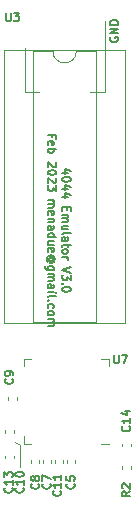
<source format=gbr>
G04 #@! TF.GenerationSoftware,KiCad,Pcbnew,5.1.5+dfsg1-2build2*
G04 #@! TF.CreationDate,2023-02-25T19:10:51+00:00*
G04 #@! TF.ProjectId,video-ram-replacement,76696465-6f2d-4726-916d-2d7265706c61,rev?*
G04 #@! TF.SameCoordinates,Original*
G04 #@! TF.FileFunction,Legend,Top*
G04 #@! TF.FilePolarity,Positive*
%FSLAX46Y46*%
G04 Gerber Fmt 4.6, Leading zero omitted, Abs format (unit mm)*
G04 Created by KiCad (PCBNEW 5.1.5+dfsg1-2build2) date 2023-02-25 19:10:51*
%MOMM*%
%LPD*%
G04 APERTURE LIST*
%ADD10C,0.120000*%
%ADD11C,0.150000*%
G04 APERTURE END LIST*
D10*
X97917000Y-121666000D02*
X97536000Y-121412000D01*
X97917000Y-123571000D02*
X97917000Y-121666000D01*
D11*
X101969000Y-98638333D02*
X101502333Y-98638333D01*
X102235666Y-98471666D02*
X101735666Y-98305000D01*
X101735666Y-98738333D01*
X102202333Y-99138333D02*
X102202333Y-99205000D01*
X102169000Y-99271666D01*
X102135666Y-99305000D01*
X102069000Y-99338333D01*
X101935666Y-99371666D01*
X101769000Y-99371666D01*
X101635666Y-99338333D01*
X101569000Y-99305000D01*
X101535666Y-99271666D01*
X101502333Y-99205000D01*
X101502333Y-99138333D01*
X101535666Y-99071666D01*
X101569000Y-99038333D01*
X101635666Y-99005000D01*
X101769000Y-98971666D01*
X101935666Y-98971666D01*
X102069000Y-99005000D01*
X102135666Y-99038333D01*
X102169000Y-99071666D01*
X102202333Y-99138333D01*
X101969000Y-99971666D02*
X101502333Y-99971666D01*
X102235666Y-99805000D02*
X101735666Y-99638333D01*
X101735666Y-100071666D01*
X101969000Y-100638333D02*
X101502333Y-100638333D01*
X102235666Y-100471666D02*
X101735666Y-100305000D01*
X101735666Y-100738333D01*
X101869000Y-101538333D02*
X101869000Y-101771666D01*
X101502333Y-101871666D02*
X101502333Y-101538333D01*
X102202333Y-101538333D01*
X102202333Y-101871666D01*
X101502333Y-102171666D02*
X101969000Y-102171666D01*
X101902333Y-102171666D02*
X101935666Y-102205000D01*
X101969000Y-102271666D01*
X101969000Y-102371666D01*
X101935666Y-102438333D01*
X101869000Y-102471666D01*
X101502333Y-102471666D01*
X101869000Y-102471666D02*
X101935666Y-102505000D01*
X101969000Y-102571666D01*
X101969000Y-102671666D01*
X101935666Y-102738333D01*
X101869000Y-102771666D01*
X101502333Y-102771666D01*
X101969000Y-103405000D02*
X101502333Y-103405000D01*
X101969000Y-103105000D02*
X101602333Y-103105000D01*
X101535666Y-103138333D01*
X101502333Y-103205000D01*
X101502333Y-103305000D01*
X101535666Y-103371666D01*
X101569000Y-103405000D01*
X101502333Y-103838333D02*
X101535666Y-103771666D01*
X101602333Y-103738333D01*
X102202333Y-103738333D01*
X101502333Y-104405000D02*
X101869000Y-104405000D01*
X101935666Y-104371666D01*
X101969000Y-104305000D01*
X101969000Y-104171666D01*
X101935666Y-104105000D01*
X101535666Y-104405000D02*
X101502333Y-104338333D01*
X101502333Y-104171666D01*
X101535666Y-104105000D01*
X101602333Y-104071666D01*
X101669000Y-104071666D01*
X101735666Y-104105000D01*
X101769000Y-104171666D01*
X101769000Y-104338333D01*
X101802333Y-104405000D01*
X101969000Y-104638333D02*
X101969000Y-104905000D01*
X102202333Y-104738333D02*
X101602333Y-104738333D01*
X101535666Y-104771666D01*
X101502333Y-104838333D01*
X101502333Y-104905000D01*
X101502333Y-105238333D02*
X101535666Y-105171666D01*
X101569000Y-105138333D01*
X101635666Y-105105000D01*
X101835666Y-105105000D01*
X101902333Y-105138333D01*
X101935666Y-105171666D01*
X101969000Y-105238333D01*
X101969000Y-105338333D01*
X101935666Y-105405000D01*
X101902333Y-105438333D01*
X101835666Y-105471666D01*
X101635666Y-105471666D01*
X101569000Y-105438333D01*
X101535666Y-105405000D01*
X101502333Y-105338333D01*
X101502333Y-105238333D01*
X101502333Y-105771666D02*
X101969000Y-105771666D01*
X101835666Y-105771666D02*
X101902333Y-105805000D01*
X101935666Y-105838333D01*
X101969000Y-105905000D01*
X101969000Y-105971666D01*
X102202333Y-106638333D02*
X101502333Y-106871666D01*
X102202333Y-107105000D01*
X102202333Y-107271666D02*
X102202333Y-107705000D01*
X101935666Y-107471666D01*
X101935666Y-107571666D01*
X101902333Y-107638333D01*
X101869000Y-107671666D01*
X101802333Y-107705000D01*
X101635666Y-107705000D01*
X101569000Y-107671666D01*
X101535666Y-107638333D01*
X101502333Y-107571666D01*
X101502333Y-107371666D01*
X101535666Y-107305000D01*
X101569000Y-107271666D01*
X101569000Y-108005000D02*
X101535666Y-108038333D01*
X101502333Y-108005000D01*
X101535666Y-107971666D01*
X101569000Y-108005000D01*
X101502333Y-108005000D01*
X102202333Y-108471666D02*
X102202333Y-108538333D01*
X102169000Y-108605000D01*
X102135666Y-108638333D01*
X102069000Y-108671666D01*
X101935666Y-108705000D01*
X101769000Y-108705000D01*
X101635666Y-108671666D01*
X101569000Y-108638333D01*
X101535666Y-108605000D01*
X101502333Y-108538333D01*
X101502333Y-108471666D01*
X101535666Y-108405000D01*
X101569000Y-108371666D01*
X101635666Y-108338333D01*
X101769000Y-108305000D01*
X101935666Y-108305000D01*
X102069000Y-108338333D01*
X102135666Y-108371666D01*
X102169000Y-108405000D01*
X102202333Y-108471666D01*
X100669000Y-95638333D02*
X100669000Y-95405000D01*
X100302333Y-95405000D02*
X101002333Y-95405000D01*
X101002333Y-95738333D01*
X100335666Y-96271666D02*
X100302333Y-96205000D01*
X100302333Y-96071666D01*
X100335666Y-96005000D01*
X100402333Y-95971666D01*
X100669000Y-95971666D01*
X100735666Y-96005000D01*
X100769000Y-96071666D01*
X100769000Y-96205000D01*
X100735666Y-96271666D01*
X100669000Y-96305000D01*
X100602333Y-96305000D01*
X100535666Y-95971666D01*
X100302333Y-96605000D02*
X101002333Y-96605000D01*
X100735666Y-96605000D02*
X100769000Y-96671666D01*
X100769000Y-96805000D01*
X100735666Y-96871666D01*
X100702333Y-96905000D01*
X100635666Y-96938333D01*
X100435666Y-96938333D01*
X100369000Y-96905000D01*
X100335666Y-96871666D01*
X100302333Y-96805000D01*
X100302333Y-96671666D01*
X100335666Y-96605000D01*
X100935666Y-97738333D02*
X100969000Y-97771666D01*
X101002333Y-97838333D01*
X101002333Y-98005000D01*
X100969000Y-98071666D01*
X100935666Y-98105000D01*
X100869000Y-98138333D01*
X100802333Y-98138333D01*
X100702333Y-98105000D01*
X100302333Y-97705000D01*
X100302333Y-98138333D01*
X101002333Y-98571666D02*
X101002333Y-98638333D01*
X100969000Y-98705000D01*
X100935666Y-98738333D01*
X100869000Y-98771666D01*
X100735666Y-98805000D01*
X100569000Y-98805000D01*
X100435666Y-98771666D01*
X100369000Y-98738333D01*
X100335666Y-98705000D01*
X100302333Y-98638333D01*
X100302333Y-98571666D01*
X100335666Y-98505000D01*
X100369000Y-98471666D01*
X100435666Y-98438333D01*
X100569000Y-98405000D01*
X100735666Y-98405000D01*
X100869000Y-98438333D01*
X100935666Y-98471666D01*
X100969000Y-98505000D01*
X101002333Y-98571666D01*
X100935666Y-99071666D02*
X100969000Y-99105000D01*
X101002333Y-99171666D01*
X101002333Y-99338333D01*
X100969000Y-99405000D01*
X100935666Y-99438333D01*
X100869000Y-99471666D01*
X100802333Y-99471666D01*
X100702333Y-99438333D01*
X100302333Y-99038333D01*
X100302333Y-99471666D01*
X101002333Y-99705000D02*
X101002333Y-100138333D01*
X100735666Y-99905000D01*
X100735666Y-100005000D01*
X100702333Y-100071666D01*
X100669000Y-100105000D01*
X100602333Y-100138333D01*
X100435666Y-100138333D01*
X100369000Y-100105000D01*
X100335666Y-100071666D01*
X100302333Y-100005000D01*
X100302333Y-99805000D01*
X100335666Y-99738333D01*
X100369000Y-99705000D01*
X100302333Y-100971666D02*
X100769000Y-100971666D01*
X100702333Y-100971666D02*
X100735666Y-101005000D01*
X100769000Y-101071666D01*
X100769000Y-101171666D01*
X100735666Y-101238333D01*
X100669000Y-101271666D01*
X100302333Y-101271666D01*
X100669000Y-101271666D02*
X100735666Y-101305000D01*
X100769000Y-101371666D01*
X100769000Y-101471666D01*
X100735666Y-101538333D01*
X100669000Y-101571666D01*
X100302333Y-101571666D01*
X100335666Y-102171666D02*
X100302333Y-102105000D01*
X100302333Y-101971666D01*
X100335666Y-101905000D01*
X100402333Y-101871666D01*
X100669000Y-101871666D01*
X100735666Y-101905000D01*
X100769000Y-101971666D01*
X100769000Y-102105000D01*
X100735666Y-102171666D01*
X100669000Y-102205000D01*
X100602333Y-102205000D01*
X100535666Y-101871666D01*
X100769000Y-102505000D02*
X100302333Y-102505000D01*
X100702333Y-102505000D02*
X100735666Y-102538333D01*
X100769000Y-102605000D01*
X100769000Y-102705000D01*
X100735666Y-102771666D01*
X100669000Y-102805000D01*
X100302333Y-102805000D01*
X100302333Y-103438333D02*
X100669000Y-103438333D01*
X100735666Y-103405000D01*
X100769000Y-103338333D01*
X100769000Y-103205000D01*
X100735666Y-103138333D01*
X100335666Y-103438333D02*
X100302333Y-103371666D01*
X100302333Y-103205000D01*
X100335666Y-103138333D01*
X100402333Y-103105000D01*
X100469000Y-103105000D01*
X100535666Y-103138333D01*
X100569000Y-103205000D01*
X100569000Y-103371666D01*
X100602333Y-103438333D01*
X100302333Y-104071666D02*
X101002333Y-104071666D01*
X100335666Y-104071666D02*
X100302333Y-104005000D01*
X100302333Y-103871666D01*
X100335666Y-103805000D01*
X100369000Y-103771666D01*
X100435666Y-103738333D01*
X100635666Y-103738333D01*
X100702333Y-103771666D01*
X100735666Y-103805000D01*
X100769000Y-103871666D01*
X100769000Y-104005000D01*
X100735666Y-104071666D01*
X100769000Y-104705000D02*
X100302333Y-104705000D01*
X100769000Y-104405000D02*
X100402333Y-104405000D01*
X100335666Y-104438333D01*
X100302333Y-104505000D01*
X100302333Y-104605000D01*
X100335666Y-104671666D01*
X100369000Y-104705000D01*
X100335666Y-105305000D02*
X100302333Y-105238333D01*
X100302333Y-105105000D01*
X100335666Y-105038333D01*
X100402333Y-105005000D01*
X100669000Y-105005000D01*
X100735666Y-105038333D01*
X100769000Y-105105000D01*
X100769000Y-105238333D01*
X100735666Y-105305000D01*
X100669000Y-105338333D01*
X100602333Y-105338333D01*
X100535666Y-105005000D01*
X100635666Y-106071666D02*
X100669000Y-106038333D01*
X100702333Y-105971666D01*
X100702333Y-105905000D01*
X100669000Y-105838333D01*
X100635666Y-105805000D01*
X100569000Y-105771666D01*
X100502333Y-105771666D01*
X100435666Y-105805000D01*
X100402333Y-105838333D01*
X100369000Y-105905000D01*
X100369000Y-105971666D01*
X100402333Y-106038333D01*
X100435666Y-106071666D01*
X100702333Y-106071666D02*
X100435666Y-106071666D01*
X100402333Y-106105000D01*
X100402333Y-106138333D01*
X100435666Y-106205000D01*
X100502333Y-106238333D01*
X100669000Y-106238333D01*
X100769000Y-106171666D01*
X100835666Y-106071666D01*
X100869000Y-105938333D01*
X100835666Y-105805000D01*
X100769000Y-105705000D01*
X100669000Y-105638333D01*
X100535666Y-105605000D01*
X100402333Y-105638333D01*
X100302333Y-105705000D01*
X100235666Y-105805000D01*
X100202333Y-105938333D01*
X100235666Y-106071666D01*
X100302333Y-106171666D01*
X100769000Y-106838333D02*
X100202333Y-106838333D01*
X100135666Y-106805000D01*
X100102333Y-106771666D01*
X100069000Y-106705000D01*
X100069000Y-106605000D01*
X100102333Y-106538333D01*
X100335666Y-106838333D02*
X100302333Y-106771666D01*
X100302333Y-106638333D01*
X100335666Y-106571666D01*
X100369000Y-106538333D01*
X100435666Y-106505000D01*
X100635666Y-106505000D01*
X100702333Y-106538333D01*
X100735666Y-106571666D01*
X100769000Y-106638333D01*
X100769000Y-106771666D01*
X100735666Y-106838333D01*
X100302333Y-107171666D02*
X100769000Y-107171666D01*
X100702333Y-107171666D02*
X100735666Y-107205000D01*
X100769000Y-107271666D01*
X100769000Y-107371666D01*
X100735666Y-107438333D01*
X100669000Y-107471666D01*
X100302333Y-107471666D01*
X100669000Y-107471666D02*
X100735666Y-107505000D01*
X100769000Y-107571666D01*
X100769000Y-107671666D01*
X100735666Y-107738333D01*
X100669000Y-107771666D01*
X100302333Y-107771666D01*
X100302333Y-108405000D02*
X100669000Y-108405000D01*
X100735666Y-108371666D01*
X100769000Y-108305000D01*
X100769000Y-108171666D01*
X100735666Y-108105000D01*
X100335666Y-108405000D02*
X100302333Y-108338333D01*
X100302333Y-108171666D01*
X100335666Y-108105000D01*
X100402333Y-108071666D01*
X100469000Y-108071666D01*
X100535666Y-108105000D01*
X100569000Y-108171666D01*
X100569000Y-108338333D01*
X100602333Y-108405000D01*
X100302333Y-108738333D02*
X100769000Y-108738333D01*
X101002333Y-108738333D02*
X100969000Y-108705000D01*
X100935666Y-108738333D01*
X100969000Y-108771666D01*
X101002333Y-108738333D01*
X100935666Y-108738333D01*
X100302333Y-109171666D02*
X100335666Y-109105000D01*
X100402333Y-109071666D01*
X101002333Y-109071666D01*
X100369000Y-109438333D02*
X100335666Y-109471666D01*
X100302333Y-109438333D01*
X100335666Y-109405000D01*
X100369000Y-109438333D01*
X100302333Y-109438333D01*
X100335666Y-110071666D02*
X100302333Y-110005000D01*
X100302333Y-109871666D01*
X100335666Y-109805000D01*
X100369000Y-109771666D01*
X100435666Y-109738333D01*
X100635666Y-109738333D01*
X100702333Y-109771666D01*
X100735666Y-109805000D01*
X100769000Y-109871666D01*
X100769000Y-110005000D01*
X100735666Y-110071666D01*
X100302333Y-110471666D02*
X100335666Y-110405000D01*
X100369000Y-110371666D01*
X100435666Y-110338333D01*
X100635666Y-110338333D01*
X100702333Y-110371666D01*
X100735666Y-110405000D01*
X100769000Y-110471666D01*
X100769000Y-110571666D01*
X100735666Y-110638333D01*
X100702333Y-110671666D01*
X100635666Y-110705000D01*
X100435666Y-110705000D01*
X100369000Y-110671666D01*
X100335666Y-110638333D01*
X100302333Y-110571666D01*
X100302333Y-110471666D01*
X100302333Y-111005000D02*
X100769000Y-111005000D01*
X100702333Y-111005000D02*
X100735666Y-111038333D01*
X100769000Y-111105000D01*
X100769000Y-111205000D01*
X100735666Y-111271666D01*
X100669000Y-111305000D01*
X100302333Y-111305000D01*
X100669000Y-111305000D02*
X100735666Y-111338333D01*
X100769000Y-111405000D01*
X100769000Y-111505000D01*
X100735666Y-111571666D01*
X100669000Y-111605000D01*
X100302333Y-111605000D01*
X105568000Y-87147333D02*
X105534666Y-87214000D01*
X105534666Y-87314000D01*
X105568000Y-87414000D01*
X105634666Y-87480666D01*
X105701333Y-87514000D01*
X105834666Y-87547333D01*
X105934666Y-87547333D01*
X106068000Y-87514000D01*
X106134666Y-87480666D01*
X106201333Y-87414000D01*
X106234666Y-87314000D01*
X106234666Y-87247333D01*
X106201333Y-87147333D01*
X106168000Y-87114000D01*
X105934666Y-87114000D01*
X105934666Y-87247333D01*
X106234666Y-86814000D02*
X105534666Y-86814000D01*
X106234666Y-86414000D01*
X105534666Y-86414000D01*
X106234666Y-86080666D02*
X105534666Y-86080666D01*
X105534666Y-85914000D01*
X105568000Y-85814000D01*
X105634666Y-85747333D01*
X105701333Y-85714000D01*
X105834666Y-85680666D01*
X105934666Y-85680666D01*
X106068000Y-85714000D01*
X106134666Y-85747333D01*
X106201333Y-85814000D01*
X106234666Y-85914000D01*
X106234666Y-86080666D01*
D10*
X107294000Y-123678836D02*
X107294000Y-123463164D01*
X106574000Y-123678836D02*
X106574000Y-123463164D01*
X98827000Y-122955164D02*
X98827000Y-123170836D01*
X99547000Y-122955164D02*
X99547000Y-123170836D01*
X99843000Y-122955164D02*
X99843000Y-123170836D01*
X100563000Y-122955164D02*
X100563000Y-123170836D01*
X106845000Y-88258000D02*
X96565000Y-88258000D01*
X106845000Y-111358000D02*
X106845000Y-88258000D01*
X96565000Y-111358000D02*
X106845000Y-111358000D01*
X96565000Y-88258000D02*
X96565000Y-111358000D01*
X104355000Y-88318000D02*
X102705000Y-88318000D01*
X104355000Y-111298000D02*
X104355000Y-88318000D01*
X99055000Y-111298000D02*
X104355000Y-111298000D01*
X99055000Y-88318000D02*
X99055000Y-111298000D01*
X100705000Y-88318000D02*
X99055000Y-88318000D01*
X102705000Y-88318000D02*
G75*
G02X100705000Y-88318000I-1000000J0D01*
G01*
X105137000Y-85816000D02*
X105137000Y-91826000D01*
X98317000Y-88066000D02*
X98317000Y-91826000D01*
X105137000Y-91826000D02*
X103877000Y-91826000D01*
X98317000Y-91826000D02*
X99577000Y-91826000D01*
X98894000Y-121593000D02*
X98244000Y-121593000D01*
X98244000Y-121593000D02*
X98244000Y-120943000D01*
X104814000Y-114373000D02*
X105464000Y-114373000D01*
X105464000Y-114373000D02*
X105464000Y-115023000D01*
X98894000Y-114373000D02*
X98244000Y-114373000D01*
X98244000Y-114373000D02*
X98244000Y-115023000D01*
X104814000Y-121593000D02*
X105464000Y-121593000D01*
X106574000Y-121558164D02*
X106574000Y-121773836D01*
X107294000Y-121558164D02*
X107294000Y-121773836D01*
X96668000Y-122574164D02*
X96668000Y-122789836D01*
X97388000Y-122574164D02*
X97388000Y-122789836D01*
X100859000Y-122955164D02*
X100859000Y-123170836D01*
X101579000Y-122955164D02*
X101579000Y-123170836D01*
X97388000Y-120630836D02*
X97388000Y-120415164D01*
X96668000Y-120630836D02*
X96668000Y-120415164D01*
X96922000Y-117621164D02*
X96922000Y-117836836D01*
X97642000Y-117621164D02*
X97642000Y-117836836D01*
X101875000Y-122955164D02*
X101875000Y-123170836D01*
X102595000Y-122955164D02*
X102595000Y-123170836D01*
D11*
X107250666Y-125592666D02*
X106917333Y-125826000D01*
X107250666Y-125992666D02*
X106550666Y-125992666D01*
X106550666Y-125726000D01*
X106584000Y-125659333D01*
X106617333Y-125626000D01*
X106684000Y-125592666D01*
X106784000Y-125592666D01*
X106850666Y-125626000D01*
X106884000Y-125659333D01*
X106917333Y-125726000D01*
X106917333Y-125992666D01*
X106617333Y-125326000D02*
X106584000Y-125292666D01*
X106550666Y-125226000D01*
X106550666Y-125059333D01*
X106584000Y-124992666D01*
X106617333Y-124959333D01*
X106684000Y-124926000D01*
X106750666Y-124926000D01*
X106850666Y-124959333D01*
X107250666Y-125359333D01*
X107250666Y-124926000D01*
X99487800Y-124957666D02*
X99521133Y-124991000D01*
X99554466Y-125091000D01*
X99554466Y-125157666D01*
X99521133Y-125257666D01*
X99454466Y-125324333D01*
X99387800Y-125357666D01*
X99254466Y-125391000D01*
X99154466Y-125391000D01*
X99021133Y-125357666D01*
X98954466Y-125324333D01*
X98887800Y-125257666D01*
X98854466Y-125157666D01*
X98854466Y-125091000D01*
X98887800Y-124991000D01*
X98921133Y-124957666D01*
X99154466Y-124557666D02*
X99121133Y-124624333D01*
X99087800Y-124657666D01*
X99021133Y-124691000D01*
X98987800Y-124691000D01*
X98921133Y-124657666D01*
X98887800Y-124624333D01*
X98854466Y-124557666D01*
X98854466Y-124424333D01*
X98887800Y-124357666D01*
X98921133Y-124324333D01*
X98987800Y-124291000D01*
X99021133Y-124291000D01*
X99087800Y-124324333D01*
X99121133Y-124357666D01*
X99154466Y-124424333D01*
X99154466Y-124557666D01*
X99187800Y-124624333D01*
X99221133Y-124657666D01*
X99287800Y-124691000D01*
X99421133Y-124691000D01*
X99487800Y-124657666D01*
X99521133Y-124624333D01*
X99554466Y-124557666D01*
X99554466Y-124424333D01*
X99521133Y-124357666D01*
X99487800Y-124324333D01*
X99421133Y-124291000D01*
X99287800Y-124291000D01*
X99221133Y-124324333D01*
X99187800Y-124357666D01*
X99154466Y-124424333D01*
X100453000Y-124957666D02*
X100486333Y-124991000D01*
X100519666Y-125091000D01*
X100519666Y-125157666D01*
X100486333Y-125257666D01*
X100419666Y-125324333D01*
X100353000Y-125357666D01*
X100219666Y-125391000D01*
X100119666Y-125391000D01*
X99986333Y-125357666D01*
X99919666Y-125324333D01*
X99853000Y-125257666D01*
X99819666Y-125157666D01*
X99819666Y-125091000D01*
X99853000Y-124991000D01*
X99886333Y-124957666D01*
X99819666Y-124724333D02*
X99819666Y-124257666D01*
X100519666Y-124557666D01*
X96748666Y-85087666D02*
X96748666Y-85654333D01*
X96782000Y-85721000D01*
X96815333Y-85754333D01*
X96882000Y-85787666D01*
X97015333Y-85787666D01*
X97082000Y-85754333D01*
X97115333Y-85721000D01*
X97148666Y-85654333D01*
X97148666Y-85087666D01*
X97415333Y-85087666D02*
X97848666Y-85087666D01*
X97615333Y-85354333D01*
X97715333Y-85354333D01*
X97782000Y-85387666D01*
X97815333Y-85421000D01*
X97848666Y-85487666D01*
X97848666Y-85654333D01*
X97815333Y-85721000D01*
X97782000Y-85754333D01*
X97715333Y-85787666D01*
X97515333Y-85787666D01*
X97448666Y-85754333D01*
X97415333Y-85721000D01*
X105892666Y-114043666D02*
X105892666Y-114610333D01*
X105926000Y-114677000D01*
X105959333Y-114710333D01*
X106026000Y-114743666D01*
X106159333Y-114743666D01*
X106226000Y-114710333D01*
X106259333Y-114677000D01*
X106292666Y-114610333D01*
X106292666Y-114043666D01*
X106559333Y-114043666D02*
X107026000Y-114043666D01*
X106726000Y-114743666D01*
X107184000Y-120084000D02*
X107217333Y-120117333D01*
X107250666Y-120217333D01*
X107250666Y-120284000D01*
X107217333Y-120384000D01*
X107150666Y-120450666D01*
X107084000Y-120484000D01*
X106950666Y-120517333D01*
X106850666Y-120517333D01*
X106717333Y-120484000D01*
X106650666Y-120450666D01*
X106584000Y-120384000D01*
X106550666Y-120284000D01*
X106550666Y-120217333D01*
X106584000Y-120117333D01*
X106617333Y-120084000D01*
X107250666Y-119417333D02*
X107250666Y-119817333D01*
X107250666Y-119617333D02*
X106550666Y-119617333D01*
X106650666Y-119684000D01*
X106717333Y-119750666D01*
X106750666Y-119817333D01*
X106784000Y-118817333D02*
X107250666Y-118817333D01*
X106517333Y-118984000D02*
X107017333Y-119150666D01*
X107017333Y-118717333D01*
X97227200Y-125291000D02*
X97260533Y-125324333D01*
X97293866Y-125424333D01*
X97293866Y-125491000D01*
X97260533Y-125591000D01*
X97193866Y-125657666D01*
X97127200Y-125691000D01*
X96993866Y-125724333D01*
X96893866Y-125724333D01*
X96760533Y-125691000D01*
X96693866Y-125657666D01*
X96627200Y-125591000D01*
X96593866Y-125491000D01*
X96593866Y-125424333D01*
X96627200Y-125324333D01*
X96660533Y-125291000D01*
X97293866Y-124624333D02*
X97293866Y-125024333D01*
X97293866Y-124824333D02*
X96593866Y-124824333D01*
X96693866Y-124891000D01*
X96760533Y-124957666D01*
X96793866Y-125024333D01*
X96593866Y-124391000D02*
X96593866Y-123957666D01*
X96860533Y-124191000D01*
X96860533Y-124091000D01*
X96893866Y-124024333D01*
X96927200Y-123991000D01*
X96993866Y-123957666D01*
X97160533Y-123957666D01*
X97227200Y-123991000D01*
X97260533Y-124024333D01*
X97293866Y-124091000D01*
X97293866Y-124291000D01*
X97260533Y-124357666D01*
X97227200Y-124391000D01*
X101342000Y-125545000D02*
X101375333Y-125578333D01*
X101408666Y-125678333D01*
X101408666Y-125745000D01*
X101375333Y-125845000D01*
X101308666Y-125911666D01*
X101242000Y-125945000D01*
X101108666Y-125978333D01*
X101008666Y-125978333D01*
X100875333Y-125945000D01*
X100808666Y-125911666D01*
X100742000Y-125845000D01*
X100708666Y-125745000D01*
X100708666Y-125678333D01*
X100742000Y-125578333D01*
X100775333Y-125545000D01*
X101408666Y-124878333D02*
X101408666Y-125278333D01*
X101408666Y-125078333D02*
X100708666Y-125078333D01*
X100808666Y-125145000D01*
X100875333Y-125211666D01*
X100908666Y-125278333D01*
X101408666Y-124211666D02*
X101408666Y-124611666D01*
X101408666Y-124411666D02*
X100708666Y-124411666D01*
X100808666Y-124478333D01*
X100875333Y-124545000D01*
X100908666Y-124611666D01*
X98167000Y-125291000D02*
X98200333Y-125324333D01*
X98233666Y-125424333D01*
X98233666Y-125491000D01*
X98200333Y-125591000D01*
X98133666Y-125657666D01*
X98067000Y-125691000D01*
X97933666Y-125724333D01*
X97833666Y-125724333D01*
X97700333Y-125691000D01*
X97633666Y-125657666D01*
X97567000Y-125591000D01*
X97533666Y-125491000D01*
X97533666Y-125424333D01*
X97567000Y-125324333D01*
X97600333Y-125291000D01*
X98233666Y-124624333D02*
X98233666Y-125024333D01*
X98233666Y-124824333D02*
X97533666Y-124824333D01*
X97633666Y-124891000D01*
X97700333Y-124957666D01*
X97733666Y-125024333D01*
X97533666Y-124191000D02*
X97533666Y-124124333D01*
X97567000Y-124057666D01*
X97600333Y-124024333D01*
X97667000Y-123991000D01*
X97800333Y-123957666D01*
X97967000Y-123957666D01*
X98100333Y-123991000D01*
X98167000Y-124024333D01*
X98200333Y-124057666D01*
X98233666Y-124124333D01*
X98233666Y-124191000D01*
X98200333Y-124257666D01*
X98167000Y-124291000D01*
X98100333Y-124324333D01*
X97967000Y-124357666D01*
X97800333Y-124357666D01*
X97667000Y-124324333D01*
X97600333Y-124291000D01*
X97567000Y-124257666D01*
X97533666Y-124191000D01*
X97278000Y-116067666D02*
X97311333Y-116101000D01*
X97344666Y-116201000D01*
X97344666Y-116267666D01*
X97311333Y-116367666D01*
X97244666Y-116434333D01*
X97178000Y-116467666D01*
X97044666Y-116501000D01*
X96944666Y-116501000D01*
X96811333Y-116467666D01*
X96744666Y-116434333D01*
X96678000Y-116367666D01*
X96644666Y-116267666D01*
X96644666Y-116201000D01*
X96678000Y-116101000D01*
X96711333Y-116067666D01*
X97344666Y-115734333D02*
X97344666Y-115601000D01*
X97311333Y-115534333D01*
X97278000Y-115501000D01*
X97178000Y-115434333D01*
X97044666Y-115401000D01*
X96778000Y-115401000D01*
X96711333Y-115434333D01*
X96678000Y-115467666D01*
X96644666Y-115534333D01*
X96644666Y-115667666D01*
X96678000Y-115734333D01*
X96711333Y-115767666D01*
X96778000Y-115801000D01*
X96944666Y-115801000D01*
X97011333Y-115767666D01*
X97044666Y-115734333D01*
X97078000Y-115667666D01*
X97078000Y-115534333D01*
X97044666Y-115467666D01*
X97011333Y-115434333D01*
X96944666Y-115401000D01*
X102485000Y-124957666D02*
X102518333Y-124991000D01*
X102551666Y-125091000D01*
X102551666Y-125157666D01*
X102518333Y-125257666D01*
X102451666Y-125324333D01*
X102385000Y-125357666D01*
X102251666Y-125391000D01*
X102151666Y-125391000D01*
X102018333Y-125357666D01*
X101951666Y-125324333D01*
X101885000Y-125257666D01*
X101851666Y-125157666D01*
X101851666Y-125091000D01*
X101885000Y-124991000D01*
X101918333Y-124957666D01*
X101851666Y-124324333D02*
X101851666Y-124657666D01*
X102185000Y-124691000D01*
X102151666Y-124657666D01*
X102118333Y-124591000D01*
X102118333Y-124424333D01*
X102151666Y-124357666D01*
X102185000Y-124324333D01*
X102251666Y-124291000D01*
X102418333Y-124291000D01*
X102485000Y-124324333D01*
X102518333Y-124357666D01*
X102551666Y-124424333D01*
X102551666Y-124591000D01*
X102518333Y-124657666D01*
X102485000Y-124691000D01*
M02*

</source>
